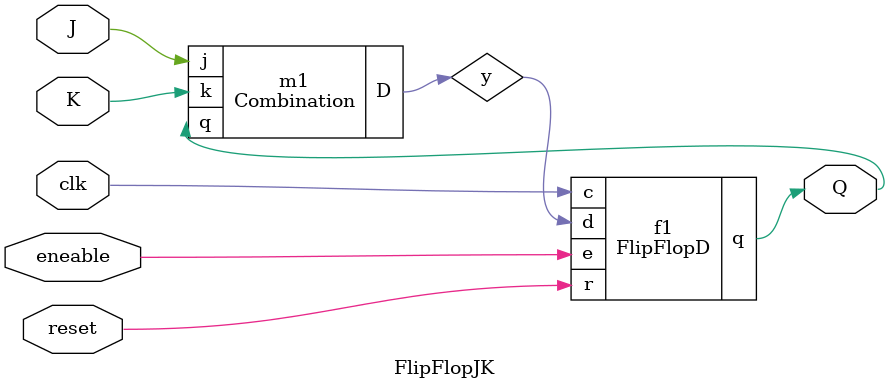
<source format=v>
module FlipFlopD(input e, r, c, input d, output reg q);
  always @ (posedge c, posedge r)
  begin
    if (r) q <= 1'b0;
    else if (e) q <= d;
    end
endmodule//Del ejercicio 1, el funcionamiento se explica en el archivo:
        // "Ejercicio1.v" carpeta Ejercicio 1.
module Combination(input wire j, k, q,output wire D);
  //Cables auxiliares
  wire notk, notq, y0, y1;
//Niegan las entradas
  not n1(notk, k);
  not n2(notq, q);
//Operacion D = ~K*Q + J*~Q
  and a1(y0, notk, q);
  and a2(y1, j, notq);
  or  o1(D, y1, y0);
endmodule //En este modulo se describe de manera estructural la nube combinacio-
        //nal que va conectada antes del FlipFlop tipo D.
module FlipFlopJK(input eneable, reset, clk, input J, K, output wire Q);
  wire y;
  FlipFlopD   f1(eneable, reset, clk, y, Q);
  Combination m1(J, K, Q, y);
endmodule //En este modulo se une la salida de la nube combinacional a la entra-
        //das "D" del Flip FLop tipo D, teniendo tambien, dicha nube combinacio-
      //nal como parte de sus entradas la salida "Q" del FlipFlop.

</source>
